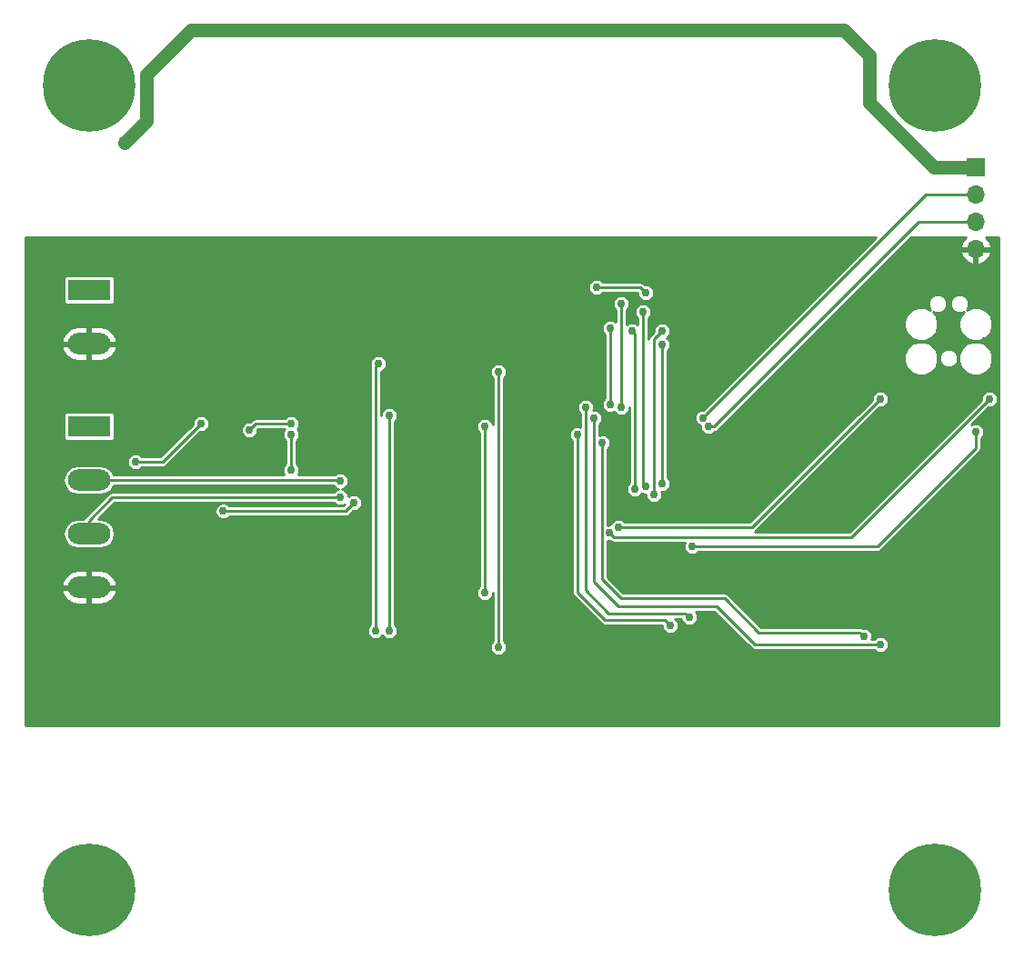
<source format=gbl>
G04 #@! TF.FileFunction,Copper,L2,Bot,Signal*
%FSLAX46Y46*%
G04 Gerber Fmt 4.6, Leading zero omitted, Abs format (unit mm)*
G04 Created by KiCad (PCBNEW 4.0.6) date 11/20/17 19:22:43*
%MOMM*%
%LPD*%
G01*
G04 APERTURE LIST*
%ADD10C,0.100000*%
%ADD11R,3.960000X1.980000*%
%ADD12O,3.960000X1.980000*%
%ADD13R,1.700000X1.700000*%
%ADD14O,1.700000X1.700000*%
%ADD15C,8.600000*%
%ADD16C,0.900000*%
%ADD17C,1.270000*%
%ADD18C,0.762000*%
%ADD19C,1.270000*%
%ADD20C,0.254000*%
G04 APERTURE END LIST*
D10*
D11*
X91440000Y-81280000D03*
D12*
X91440000Y-86280000D03*
D11*
X91440000Y-93980000D03*
D12*
X91440000Y-98980000D03*
X91440000Y-108980000D03*
X91440000Y-103980000D03*
D13*
X173990000Y-69850000D03*
D14*
X173990000Y-72390000D03*
X173990000Y-74930000D03*
X173990000Y-77470000D03*
D15*
X91440000Y-62230000D03*
D16*
X94665000Y-62230000D03*
X93720419Y-64510419D03*
X91440000Y-65455000D03*
X89159581Y-64510419D03*
X88215000Y-62230000D03*
X89159581Y-59949581D03*
X91440000Y-59005000D03*
X93720419Y-59949581D03*
D15*
X91440000Y-137160000D03*
D16*
X94665000Y-137160000D03*
X93720419Y-139440419D03*
X91440000Y-140385000D03*
X89159581Y-139440419D03*
X88215000Y-137160000D03*
X89159581Y-134879581D03*
X91440000Y-133935000D03*
X93720419Y-134879581D03*
D15*
X170180000Y-62230000D03*
D16*
X173405000Y-62230000D03*
X172460419Y-64510419D03*
X170180000Y-65455000D03*
X167899581Y-64510419D03*
X166955000Y-62230000D03*
X167899581Y-59949581D03*
X170180000Y-59005000D03*
X172460419Y-59949581D03*
D15*
X170180000Y-137160000D03*
D16*
X173405000Y-137160000D03*
X172460419Y-139440419D03*
X170180000Y-140385000D03*
X167899581Y-139440419D03*
X166955000Y-137160000D03*
X167899581Y-134879581D03*
X170180000Y-133935000D03*
X172460419Y-134879581D03*
D17*
X94742000Y-67564000D03*
X101600000Y-112522000D03*
X112776000Y-113030000D03*
X157480000Y-116840000D03*
X139700000Y-116840000D03*
X121920000Y-117094000D03*
X104140000Y-117094000D03*
X156210000Y-77216000D03*
X138176000Y-77216000D03*
X120396000Y-77216000D03*
X102870000Y-77216000D03*
X126238000Y-96012000D03*
X152654000Y-94742000D03*
X99314000Y-97790000D03*
X99822000Y-92964000D03*
X93726000Y-121412000D03*
X86868000Y-77978000D03*
D18*
X174885082Y-86042499D03*
X138684000Y-81026000D03*
X143256000Y-81534000D03*
X114808000Y-99060000D03*
X114808000Y-100584000D03*
X173990000Y-94488000D03*
X147574000Y-105156000D03*
X165100000Y-91440000D03*
X140716000Y-103378000D03*
X139912896Y-103913403D03*
X175260000Y-91440000D03*
X148572242Y-93170549D03*
X149098000Y-93980000D03*
X143256000Y-99568000D03*
X143002000Y-83312000D03*
X144780000Y-99314000D03*
X144780000Y-86360000D03*
X138430000Y-93218000D03*
X165100000Y-114300000D03*
X128270000Y-93980000D03*
X128270000Y-109474000D03*
X139192000Y-95504000D03*
X163576000Y-113538000D03*
X141991098Y-85084902D03*
X142240000Y-99822000D03*
X144018000Y-100330000D03*
X144780000Y-85090000D03*
X119380000Y-92964000D03*
X119380000Y-113030000D03*
X136906000Y-94742000D03*
X145542000Y-112522000D03*
X137668000Y-92202000D03*
X147320000Y-111760000D03*
X118364000Y-88138000D03*
X118110000Y-113030000D03*
X139954000Y-91948000D03*
X139954000Y-84836000D03*
X129540000Y-88900000D03*
X129540000Y-114554000D03*
X110236000Y-94742000D03*
X110236000Y-98044000D03*
X95758000Y-97282000D03*
X101854000Y-93726000D03*
X103929176Y-101875781D03*
X116078000Y-101092000D03*
X106371092Y-94306975D03*
X110236000Y-93726000D03*
X140970000Y-92202000D03*
X140970000Y-82550000D03*
D19*
X96774000Y-61214000D02*
X96774000Y-65532000D01*
X96774000Y-65532000D02*
X94742000Y-67564000D01*
X100947001Y-57040999D02*
X96774000Y-61214000D01*
X162306000Y-57658000D02*
X161688999Y-57040999D01*
X161688999Y-57040999D02*
X100947001Y-57040999D01*
X164084000Y-59436000D02*
X162306000Y-57658000D01*
X164084000Y-63813722D02*
X164084000Y-59436000D01*
X173990000Y-69850000D02*
X170120278Y-69850000D01*
X170120278Y-69850000D02*
X164084000Y-63813722D01*
D20*
X143256000Y-81534000D02*
X142748000Y-81026000D01*
X142748000Y-81026000D02*
X138684000Y-81026000D01*
X91440000Y-98980000D02*
X114728000Y-98980000D01*
X114728000Y-98980000D02*
X114808000Y-99060000D01*
X91440000Y-103980000D02*
X91440000Y-102736000D01*
X91440000Y-102736000D02*
X93592000Y-100584000D01*
X93592000Y-100584000D02*
X114808000Y-100584000D01*
X164846000Y-105156000D02*
X173990000Y-96012000D01*
X173990000Y-96012000D02*
X173990000Y-94488000D01*
X147574000Y-105156000D02*
X164846000Y-105156000D01*
X140716000Y-103378000D02*
X153162000Y-103378000D01*
X153162000Y-103378000D02*
X165100000Y-91440000D01*
X140293895Y-104294402D02*
X139912896Y-103913403D01*
X162405598Y-104294402D02*
X140293895Y-104294402D01*
X175260000Y-91440000D02*
X162405598Y-104294402D01*
X148953241Y-92789550D02*
X148572242Y-93170549D01*
X169352791Y-72390000D02*
X148953241Y-92789550D01*
X173990000Y-72390000D02*
X169352791Y-72390000D01*
X149098000Y-93980000D02*
X149636815Y-93980000D01*
X149636815Y-93980000D02*
X168686815Y-74930000D01*
X168686815Y-74930000D02*
X172787919Y-74930000D01*
X172787919Y-74930000D02*
X173990000Y-74930000D01*
X143002000Y-83312000D02*
X143002000Y-99314000D01*
X143002000Y-99314000D02*
X143256000Y-99568000D01*
X144780000Y-86898815D02*
X144780000Y-99314000D01*
X144780000Y-86360000D02*
X144780000Y-86898815D01*
X140716000Y-110744000D02*
X138430000Y-108458000D01*
X138430000Y-108458000D02*
X138430000Y-93218000D01*
X149860000Y-110744000D02*
X140716000Y-110744000D01*
X153416000Y-114300000D02*
X149860000Y-110744000D01*
X165100000Y-114300000D02*
X153416000Y-114300000D01*
X128270000Y-109474000D02*
X128270000Y-93980000D01*
X140970000Y-109982000D02*
X139192000Y-108204000D01*
X139192000Y-108204000D02*
X139192000Y-95504000D01*
X150622000Y-109982000D02*
X140970000Y-109982000D01*
X153797001Y-113157001D02*
X150622000Y-109982000D01*
X163576000Y-113538000D02*
X163195001Y-113157001D01*
X163195001Y-113157001D02*
X153797001Y-113157001D01*
X142240000Y-85333804D02*
X141991098Y-85084902D01*
X142240000Y-99822000D02*
X142240000Y-85333804D01*
X144780000Y-85090000D02*
X144018000Y-85852000D01*
X144018000Y-85852000D02*
X144018000Y-100330000D01*
X119380000Y-113030000D02*
X119380000Y-92964000D01*
X139446000Y-112014000D02*
X136906000Y-109474000D01*
X136906000Y-109474000D02*
X136906000Y-94742000D01*
X145034000Y-112014000D02*
X139446000Y-112014000D01*
X145542000Y-112522000D02*
X145034000Y-112014000D01*
X139827001Y-111379001D02*
X137668000Y-109220000D01*
X137668000Y-109220000D02*
X137668000Y-92202000D01*
X147320000Y-111760000D02*
X146939001Y-111379001D01*
X146939001Y-111379001D02*
X139827001Y-111379001D01*
X118110000Y-113030000D02*
X118110000Y-88392000D01*
X118110000Y-88392000D02*
X118364000Y-88138000D01*
X139954000Y-84836000D02*
X139954000Y-91948000D01*
X129540000Y-114554000D02*
X129540000Y-88900000D01*
X110236000Y-98044000D02*
X110236000Y-94742000D01*
X101854000Y-93726000D02*
X98298000Y-97282000D01*
X98298000Y-97282000D02*
X95758000Y-97282000D01*
X115294219Y-101875781D02*
X104467991Y-101875781D01*
X116078000Y-101092000D02*
X115294219Y-101875781D01*
X104467991Y-101875781D02*
X103929176Y-101875781D01*
X106752091Y-93925976D02*
X106371092Y-94306975D01*
X106952067Y-93726000D02*
X106752091Y-93925976D01*
X110236000Y-93726000D02*
X106952067Y-93726000D01*
X140970000Y-82550000D02*
X140970000Y-92202000D01*
G36*
X148615784Y-92408587D02*
X148421336Y-92408417D01*
X148141168Y-92524181D01*
X147926627Y-92738347D01*
X147810375Y-93018313D01*
X147810110Y-93321455D01*
X147925874Y-93601623D01*
X148140040Y-93816164D01*
X148336072Y-93897564D01*
X148335868Y-94130906D01*
X148451632Y-94411074D01*
X148665798Y-94625615D01*
X148945764Y-94741867D01*
X149248906Y-94742132D01*
X149529074Y-94626368D01*
X149675366Y-94480332D01*
X149831218Y-94449331D01*
X149996025Y-94339210D01*
X156394620Y-87940615D01*
X167341278Y-87940615D01*
X167579557Y-88517295D01*
X168020384Y-88958892D01*
X168596647Y-89198177D01*
X169220615Y-89198722D01*
X169797295Y-88960443D01*
X170238892Y-88519616D01*
X170478177Y-87943353D01*
X170478299Y-87803542D01*
X170573548Y-87803542D01*
X170706676Y-88125736D01*
X170952968Y-88372458D01*
X171274928Y-88506148D01*
X171623542Y-88506452D01*
X171945736Y-88373324D01*
X172192458Y-88127032D01*
X172269865Y-87940615D01*
X172421278Y-87940615D01*
X172659557Y-88517295D01*
X173100384Y-88958892D01*
X173676647Y-89198177D01*
X174300615Y-89198722D01*
X174877295Y-88960443D01*
X175318892Y-88519616D01*
X175558177Y-87943353D01*
X175558722Y-87319385D01*
X175320443Y-86742705D01*
X174879616Y-86301108D01*
X174303353Y-86061823D01*
X173679385Y-86061278D01*
X173102705Y-86299557D01*
X172661108Y-86740384D01*
X172421823Y-87316647D01*
X172421278Y-87940615D01*
X172269865Y-87940615D01*
X172326148Y-87805072D01*
X172326452Y-87456458D01*
X172193324Y-87134264D01*
X171947032Y-86887542D01*
X171625072Y-86753852D01*
X171276458Y-86753548D01*
X170954264Y-86886676D01*
X170707542Y-87132968D01*
X170573852Y-87454928D01*
X170573548Y-87803542D01*
X170478299Y-87803542D01*
X170478722Y-87319385D01*
X170240443Y-86742705D01*
X169799616Y-86301108D01*
X169223353Y-86061823D01*
X168599385Y-86061278D01*
X168022705Y-86299557D01*
X167581108Y-86740384D01*
X167341823Y-87316647D01*
X167341278Y-87940615D01*
X156394620Y-87940615D01*
X159569620Y-84765615D01*
X167341278Y-84765615D01*
X167579557Y-85342295D01*
X168020384Y-85783892D01*
X168596647Y-86023177D01*
X169220615Y-86023722D01*
X169797295Y-85785443D01*
X170238892Y-85344616D01*
X170478177Y-84768353D01*
X170478722Y-84144385D01*
X170240443Y-83567705D01*
X169986001Y-83312818D01*
X170258928Y-83426148D01*
X170607542Y-83426452D01*
X170929736Y-83293324D01*
X171176458Y-83047032D01*
X171310148Y-82725072D01*
X171310149Y-82723542D01*
X171589548Y-82723542D01*
X171722676Y-83045736D01*
X171968968Y-83292458D01*
X172290928Y-83426148D01*
X172639542Y-83426452D01*
X172913803Y-83313129D01*
X172661108Y-83565384D01*
X172421823Y-84141647D01*
X172421278Y-84765615D01*
X172659557Y-85342295D01*
X173100384Y-85783892D01*
X173676647Y-86023177D01*
X174300615Y-86023722D01*
X174877295Y-85785443D01*
X175318892Y-85344616D01*
X175558177Y-84768353D01*
X175558722Y-84144385D01*
X175320443Y-83567705D01*
X174879616Y-83126108D01*
X174303353Y-82886823D01*
X173679385Y-82886278D01*
X173150638Y-83104752D01*
X173208458Y-83047032D01*
X173342148Y-82725072D01*
X173342452Y-82376458D01*
X173209324Y-82054264D01*
X172963032Y-81807542D01*
X172641072Y-81673852D01*
X172292458Y-81673548D01*
X171970264Y-81806676D01*
X171723542Y-82052968D01*
X171589852Y-82374928D01*
X171589548Y-82723542D01*
X171310149Y-82723542D01*
X171310452Y-82376458D01*
X171177324Y-82054264D01*
X170931032Y-81807542D01*
X170609072Y-81673852D01*
X170260458Y-81673548D01*
X169938264Y-81806676D01*
X169691542Y-82052968D01*
X169557852Y-82374928D01*
X169557548Y-82723542D01*
X169690676Y-83045736D01*
X169750583Y-83105748D01*
X169223353Y-82886823D01*
X168599385Y-82886278D01*
X168022705Y-83124557D01*
X167581108Y-83565384D01*
X167341823Y-84141647D01*
X167341278Y-84765615D01*
X159569620Y-84765615D01*
X166508345Y-77826890D01*
X172548524Y-77826890D01*
X172718355Y-78236924D01*
X173108642Y-78665183D01*
X173633108Y-78911486D01*
X173863000Y-78790819D01*
X173863000Y-77597000D01*
X174117000Y-77597000D01*
X174117000Y-78790819D01*
X174346892Y-78911486D01*
X174871358Y-78665183D01*
X175261645Y-78236924D01*
X175431476Y-77826890D01*
X175310155Y-77597000D01*
X174117000Y-77597000D01*
X173863000Y-77597000D01*
X172669845Y-77597000D01*
X172548524Y-77826890D01*
X166508345Y-77826890D01*
X168008236Y-76327000D01*
X173061086Y-76327000D01*
X172718355Y-76703076D01*
X172548524Y-77113110D01*
X172669845Y-77343000D01*
X173863000Y-77343000D01*
X173863000Y-77323000D01*
X174117000Y-77323000D01*
X174117000Y-77343000D01*
X175310155Y-77343000D01*
X175431476Y-77113110D01*
X175261645Y-76703076D01*
X174918914Y-76327000D01*
X176074000Y-76327000D01*
X176074000Y-121793000D01*
X85546000Y-121793000D01*
X85546000Y-113180906D01*
X117347868Y-113180906D01*
X117463632Y-113461074D01*
X117677798Y-113675615D01*
X117957764Y-113791867D01*
X118260906Y-113792132D01*
X118541074Y-113676368D01*
X118745168Y-113472630D01*
X118947798Y-113675615D01*
X119227764Y-113791867D01*
X119530906Y-113792132D01*
X119811074Y-113676368D01*
X120025615Y-113462202D01*
X120141867Y-113182236D01*
X120142132Y-112879094D01*
X120026368Y-112598926D01*
X119888000Y-112460316D01*
X119888000Y-94130906D01*
X127507868Y-94130906D01*
X127623632Y-94411074D01*
X127762000Y-94549684D01*
X127762000Y-108904424D01*
X127624385Y-109041798D01*
X127508133Y-109321764D01*
X127507868Y-109624906D01*
X127623632Y-109905074D01*
X127837798Y-110119615D01*
X128117764Y-110235867D01*
X128420906Y-110236132D01*
X128701074Y-110120368D01*
X128915615Y-109906202D01*
X129031867Y-109626236D01*
X129032000Y-109474000D01*
X129032000Y-113984424D01*
X128894385Y-114121798D01*
X128778133Y-114401764D01*
X128777868Y-114704906D01*
X128893632Y-114985074D01*
X129107798Y-115199615D01*
X129387764Y-115315867D01*
X129690906Y-115316132D01*
X129971074Y-115200368D01*
X130185615Y-114986202D01*
X130301867Y-114706236D01*
X130302132Y-114403094D01*
X130186368Y-114122926D01*
X130048000Y-113984316D01*
X130048000Y-94892906D01*
X136143868Y-94892906D01*
X136259632Y-95173074D01*
X136398000Y-95311684D01*
X136398000Y-109474000D01*
X136436669Y-109668403D01*
X136546790Y-109833210D01*
X139086789Y-112373210D01*
X139103514Y-112384385D01*
X139251597Y-112483331D01*
X139446000Y-112522000D01*
X144780000Y-112522000D01*
X144779868Y-112672906D01*
X144895632Y-112953074D01*
X145109798Y-113167615D01*
X145389764Y-113283867D01*
X145692906Y-113284132D01*
X145973074Y-113168368D01*
X146187615Y-112954202D01*
X146303867Y-112674236D01*
X146304132Y-112371094D01*
X146188368Y-112090926D01*
X145984799Y-111887001D01*
X146557889Y-111887001D01*
X146557868Y-111910906D01*
X146673632Y-112191074D01*
X146887798Y-112405615D01*
X147167764Y-112521867D01*
X147470906Y-112522132D01*
X147751074Y-112406368D01*
X147965615Y-112192202D01*
X148081867Y-111912236D01*
X148082132Y-111609094D01*
X147966368Y-111328926D01*
X147889576Y-111252000D01*
X149649580Y-111252000D01*
X153056789Y-114659210D01*
X153221596Y-114769331D01*
X153253850Y-114775746D01*
X153416000Y-114808000D01*
X164530424Y-114808000D01*
X164667798Y-114945615D01*
X164947764Y-115061867D01*
X165250906Y-115062132D01*
X165531074Y-114946368D01*
X165745615Y-114732202D01*
X165861867Y-114452236D01*
X165862132Y-114149094D01*
X165746368Y-113868926D01*
X165532202Y-113654385D01*
X165252236Y-113538133D01*
X164949094Y-113537868D01*
X164668926Y-113653632D01*
X164530316Y-113792000D01*
X164295611Y-113792000D01*
X164337867Y-113690236D01*
X164338132Y-113387094D01*
X164222368Y-113106926D01*
X164008202Y-112892385D01*
X163728236Y-112776133D01*
X163521527Y-112775952D01*
X163389404Y-112687670D01*
X163195001Y-112649001D01*
X154007422Y-112649001D01*
X150981210Y-109622790D01*
X150816403Y-109512669D01*
X150622000Y-109474000D01*
X141180420Y-109474000D01*
X139700000Y-107993580D01*
X139700000Y-104650082D01*
X139760660Y-104675270D01*
X139967369Y-104675451D01*
X140099492Y-104763733D01*
X140293895Y-104802402D01*
X146895746Y-104802402D01*
X146812133Y-105003764D01*
X146811868Y-105306906D01*
X146927632Y-105587074D01*
X147141798Y-105801615D01*
X147421764Y-105917867D01*
X147724906Y-105918132D01*
X148005074Y-105802368D01*
X148143684Y-105664000D01*
X164846000Y-105664000D01*
X165040403Y-105625331D01*
X165205210Y-105515210D01*
X174349210Y-96371210D01*
X174459331Y-96206403D01*
X174498000Y-96012000D01*
X174498000Y-95057576D01*
X174635615Y-94920202D01*
X174751867Y-94640236D01*
X174752132Y-94337094D01*
X174636368Y-94056926D01*
X174422202Y-93842385D01*
X174142236Y-93726133D01*
X173839094Y-93725868D01*
X173589365Y-93829055D01*
X175216458Y-92201962D01*
X175410906Y-92202132D01*
X175691074Y-92086368D01*
X175905615Y-91872202D01*
X176021867Y-91592236D01*
X176022132Y-91289094D01*
X175906368Y-91008926D01*
X175692202Y-90794385D01*
X175412236Y-90678133D01*
X175109094Y-90677868D01*
X174828926Y-90793632D01*
X174614385Y-91007798D01*
X174498133Y-91287764D01*
X174497962Y-91483618D01*
X162195178Y-103786402D01*
X153447589Y-103786402D01*
X153521210Y-103737210D01*
X165056459Y-92201962D01*
X165250906Y-92202132D01*
X165531074Y-92086368D01*
X165745615Y-91872202D01*
X165861867Y-91592236D01*
X165862132Y-91289094D01*
X165746368Y-91008926D01*
X165532202Y-90794385D01*
X165252236Y-90678133D01*
X164949094Y-90677868D01*
X164668926Y-90793632D01*
X164454385Y-91007798D01*
X164338133Y-91287764D01*
X164337962Y-91483617D01*
X152951580Y-102870000D01*
X141285576Y-102870000D01*
X141148202Y-102732385D01*
X140868236Y-102616133D01*
X140565094Y-102615868D01*
X140284926Y-102731632D01*
X140070385Y-102945798D01*
X139984984Y-103151466D01*
X139761990Y-103151271D01*
X139700000Y-103176885D01*
X139700000Y-96073576D01*
X139837615Y-95936202D01*
X139953867Y-95656236D01*
X139954132Y-95353094D01*
X139838368Y-95072926D01*
X139624202Y-94858385D01*
X139344236Y-94742133D01*
X139041094Y-94741868D01*
X138938000Y-94784466D01*
X138938000Y-93787576D01*
X139075615Y-93650202D01*
X139191867Y-93370236D01*
X139192132Y-93067094D01*
X139076368Y-92786926D01*
X138862202Y-92572385D01*
X138582236Y-92456133D01*
X138387626Y-92455963D01*
X138429867Y-92354236D01*
X138430132Y-92051094D01*
X138314368Y-91770926D01*
X138100202Y-91556385D01*
X137820236Y-91440133D01*
X137517094Y-91439868D01*
X137236926Y-91555632D01*
X137022385Y-91769798D01*
X136906133Y-92049764D01*
X136905868Y-92352906D01*
X137021632Y-92633074D01*
X137160000Y-92771684D01*
X137160000Y-94022389D01*
X137058236Y-93980133D01*
X136755094Y-93979868D01*
X136474926Y-94095632D01*
X136260385Y-94309798D01*
X136144133Y-94589764D01*
X136143868Y-94892906D01*
X130048000Y-94892906D01*
X130048000Y-89469576D01*
X130185615Y-89332202D01*
X130301867Y-89052236D01*
X130302132Y-88749094D01*
X130186368Y-88468926D01*
X129972202Y-88254385D01*
X129692236Y-88138133D01*
X129389094Y-88137868D01*
X129108926Y-88253632D01*
X128894385Y-88467798D01*
X128778133Y-88747764D01*
X128777868Y-89050906D01*
X128893632Y-89331074D01*
X129032000Y-89469684D01*
X129032000Y-93828775D01*
X128916368Y-93548926D01*
X128702202Y-93334385D01*
X128422236Y-93218133D01*
X128119094Y-93217868D01*
X127838926Y-93333632D01*
X127624385Y-93547798D01*
X127508133Y-93827764D01*
X127507868Y-94130906D01*
X119888000Y-94130906D01*
X119888000Y-93533576D01*
X120025615Y-93396202D01*
X120141867Y-93116236D01*
X120142132Y-92813094D01*
X120026368Y-92532926D01*
X119812202Y-92318385D01*
X119532236Y-92202133D01*
X119229094Y-92201868D01*
X118948926Y-92317632D01*
X118734385Y-92531798D01*
X118618133Y-92811764D01*
X118618000Y-92963867D01*
X118618000Y-88857534D01*
X118795074Y-88784368D01*
X119009615Y-88570202D01*
X119125867Y-88290236D01*
X119126132Y-87987094D01*
X119010368Y-87706926D01*
X118796202Y-87492385D01*
X118516236Y-87376133D01*
X118213094Y-87375868D01*
X117932926Y-87491632D01*
X117718385Y-87705798D01*
X117602133Y-87985764D01*
X117601868Y-88288906D01*
X117615800Y-88322623D01*
X117602000Y-88392000D01*
X117602000Y-112460424D01*
X117464385Y-112597798D01*
X117348133Y-112877764D01*
X117347868Y-113180906D01*
X85546000Y-113180906D01*
X85546000Y-109358865D01*
X88869782Y-109358865D01*
X88900095Y-109484528D01*
X89211149Y-110039246D01*
X89710807Y-110432703D01*
X90323000Y-110605000D01*
X91313000Y-110605000D01*
X91313000Y-109107000D01*
X91567000Y-109107000D01*
X91567000Y-110605000D01*
X92557000Y-110605000D01*
X93169193Y-110432703D01*
X93668851Y-110039246D01*
X93979905Y-109484528D01*
X94010218Y-109358865D01*
X93890740Y-109107000D01*
X91567000Y-109107000D01*
X91313000Y-109107000D01*
X88989260Y-109107000D01*
X88869782Y-109358865D01*
X85546000Y-109358865D01*
X85546000Y-108601135D01*
X88869782Y-108601135D01*
X88989260Y-108853000D01*
X91313000Y-108853000D01*
X91313000Y-107355000D01*
X91567000Y-107355000D01*
X91567000Y-108853000D01*
X93890740Y-108853000D01*
X94010218Y-108601135D01*
X93979905Y-108475472D01*
X93668851Y-107920754D01*
X93169193Y-107527297D01*
X92557000Y-107355000D01*
X91567000Y-107355000D01*
X91313000Y-107355000D01*
X90323000Y-107355000D01*
X89710807Y-107527297D01*
X89211149Y-107920754D01*
X88900095Y-108475472D01*
X88869782Y-108601135D01*
X85546000Y-108601135D01*
X85546000Y-98980000D01*
X89032745Y-98980000D01*
X89137106Y-99504659D01*
X89434302Y-99949443D01*
X89879086Y-100246639D01*
X90403745Y-100351000D01*
X92476255Y-100351000D01*
X93000914Y-100246639D01*
X93445698Y-99949443D01*
X93742894Y-99504659D01*
X93746208Y-99488000D01*
X114160362Y-99488000D01*
X114161632Y-99491074D01*
X114375798Y-99705615D01*
X114655764Y-99821867D01*
X114657094Y-99821868D01*
X114376926Y-99937632D01*
X114238316Y-100076000D01*
X93592000Y-100076000D01*
X93397597Y-100114669D01*
X93232790Y-100224789D01*
X91080790Y-102376790D01*
X90970669Y-102541597D01*
X90957262Y-102609000D01*
X90403745Y-102609000D01*
X89879086Y-102713361D01*
X89434302Y-103010557D01*
X89137106Y-103455341D01*
X89032745Y-103980000D01*
X89137106Y-104504659D01*
X89434302Y-104949443D01*
X89879086Y-105246639D01*
X90403745Y-105351000D01*
X92476255Y-105351000D01*
X93000914Y-105246639D01*
X93445698Y-104949443D01*
X93742894Y-104504659D01*
X93847255Y-103980000D01*
X93742894Y-103455341D01*
X93445698Y-103010557D01*
X93000914Y-102713361D01*
X92476255Y-102609000D01*
X92285420Y-102609000D01*
X93802421Y-101092000D01*
X114238424Y-101092000D01*
X114375798Y-101229615D01*
X114655764Y-101345867D01*
X114958906Y-101346132D01*
X115208635Y-101242945D01*
X115083799Y-101367781D01*
X104498752Y-101367781D01*
X104361378Y-101230166D01*
X104081412Y-101113914D01*
X103778270Y-101113649D01*
X103498102Y-101229413D01*
X103283561Y-101443579D01*
X103167309Y-101723545D01*
X103167044Y-102026687D01*
X103282808Y-102306855D01*
X103496974Y-102521396D01*
X103776940Y-102637648D01*
X104080082Y-102637913D01*
X104360250Y-102522149D01*
X104498860Y-102383781D01*
X115294219Y-102383781D01*
X115488622Y-102345112D01*
X115653429Y-102234991D01*
X116034458Y-101853962D01*
X116228906Y-101854132D01*
X116509074Y-101738368D01*
X116723615Y-101524202D01*
X116839867Y-101244236D01*
X116840132Y-100941094D01*
X116724368Y-100660926D01*
X116510202Y-100446385D01*
X116230236Y-100330133D01*
X115927094Y-100329868D01*
X115646926Y-100445632D01*
X115570054Y-100522370D01*
X115570132Y-100433094D01*
X115454368Y-100152926D01*
X115240202Y-99938385D01*
X114960236Y-99822133D01*
X114958906Y-99822132D01*
X115239074Y-99706368D01*
X115453615Y-99492202D01*
X115569867Y-99212236D01*
X115570132Y-98909094D01*
X115454368Y-98628926D01*
X115240202Y-98414385D01*
X114960236Y-98298133D01*
X114657094Y-98297868D01*
X114376926Y-98413632D01*
X114318456Y-98472000D01*
X110883360Y-98472000D01*
X110997867Y-98196236D01*
X110998132Y-97893094D01*
X110882368Y-97612926D01*
X110744000Y-97474316D01*
X110744000Y-95311576D01*
X110881615Y-95174202D01*
X110997867Y-94894236D01*
X110998132Y-94591094D01*
X110882368Y-94310926D01*
X110805630Y-94234054D01*
X110881615Y-94158202D01*
X110997867Y-93878236D01*
X110998132Y-93575094D01*
X110882368Y-93294926D01*
X110668202Y-93080385D01*
X110388236Y-92964133D01*
X110085094Y-92963868D01*
X109804926Y-93079632D01*
X109666316Y-93218000D01*
X106952067Y-93218000D01*
X106757664Y-93256669D01*
X106592857Y-93366790D01*
X106414634Y-93545013D01*
X106220186Y-93544843D01*
X105940018Y-93660607D01*
X105725477Y-93874773D01*
X105609225Y-94154739D01*
X105608960Y-94457881D01*
X105724724Y-94738049D01*
X105938890Y-94952590D01*
X106218856Y-95068842D01*
X106521998Y-95069107D01*
X106802166Y-94953343D01*
X107016707Y-94739177D01*
X107132959Y-94459211D01*
X107133130Y-94263357D01*
X107162487Y-94234000D01*
X109666316Y-94234000D01*
X109590385Y-94309798D01*
X109474133Y-94589764D01*
X109473868Y-94892906D01*
X109589632Y-95173074D01*
X109728000Y-95311684D01*
X109728000Y-97474424D01*
X109590385Y-97611798D01*
X109474133Y-97891764D01*
X109473868Y-98194906D01*
X109588362Y-98472000D01*
X93746208Y-98472000D01*
X93742894Y-98455341D01*
X93445698Y-98010557D01*
X93000914Y-97713361D01*
X92476255Y-97609000D01*
X90403745Y-97609000D01*
X89879086Y-97713361D01*
X89434302Y-98010557D01*
X89137106Y-98455341D01*
X89032745Y-98980000D01*
X85546000Y-98980000D01*
X85546000Y-97432906D01*
X94995868Y-97432906D01*
X95111632Y-97713074D01*
X95325798Y-97927615D01*
X95605764Y-98043867D01*
X95908906Y-98044132D01*
X96189074Y-97928368D01*
X96327684Y-97790000D01*
X98298000Y-97790000D01*
X98492403Y-97751331D01*
X98657210Y-97641210D01*
X101810459Y-94487962D01*
X102004906Y-94488132D01*
X102285074Y-94372368D01*
X102499615Y-94158202D01*
X102615867Y-93878236D01*
X102616132Y-93575094D01*
X102500368Y-93294926D01*
X102286202Y-93080385D01*
X102006236Y-92964133D01*
X101703094Y-92963868D01*
X101422926Y-93079632D01*
X101208385Y-93293798D01*
X101092133Y-93573764D01*
X101091962Y-93769617D01*
X98087580Y-96774000D01*
X96327576Y-96774000D01*
X96190202Y-96636385D01*
X95910236Y-96520133D01*
X95607094Y-96519868D01*
X95326926Y-96635632D01*
X95112385Y-96849798D01*
X94996133Y-97129764D01*
X94995868Y-97432906D01*
X85546000Y-97432906D01*
X85546000Y-92990000D01*
X89071536Y-92990000D01*
X89071536Y-94970000D01*
X89098103Y-95111190D01*
X89181546Y-95240865D01*
X89308866Y-95327859D01*
X89460000Y-95358464D01*
X93420000Y-95358464D01*
X93561190Y-95331897D01*
X93690865Y-95248454D01*
X93777859Y-95121134D01*
X93808464Y-94970000D01*
X93808464Y-92990000D01*
X93781897Y-92848810D01*
X93698454Y-92719135D01*
X93571134Y-92632141D01*
X93420000Y-92601536D01*
X89460000Y-92601536D01*
X89318810Y-92628103D01*
X89189135Y-92711546D01*
X89102141Y-92838866D01*
X89071536Y-92990000D01*
X85546000Y-92990000D01*
X85546000Y-86658865D01*
X88869782Y-86658865D01*
X88900095Y-86784528D01*
X89211149Y-87339246D01*
X89710807Y-87732703D01*
X90323000Y-87905000D01*
X91313000Y-87905000D01*
X91313000Y-86407000D01*
X91567000Y-86407000D01*
X91567000Y-87905000D01*
X92557000Y-87905000D01*
X93169193Y-87732703D01*
X93668851Y-87339246D01*
X93979905Y-86784528D01*
X94010218Y-86658865D01*
X93890740Y-86407000D01*
X91567000Y-86407000D01*
X91313000Y-86407000D01*
X88989260Y-86407000D01*
X88869782Y-86658865D01*
X85546000Y-86658865D01*
X85546000Y-85901135D01*
X88869782Y-85901135D01*
X88989260Y-86153000D01*
X91313000Y-86153000D01*
X91313000Y-84655000D01*
X91567000Y-84655000D01*
X91567000Y-86153000D01*
X93890740Y-86153000D01*
X94010218Y-85901135D01*
X93979905Y-85775472D01*
X93668851Y-85220754D01*
X93371884Y-84986906D01*
X139191868Y-84986906D01*
X139307632Y-85267074D01*
X139446000Y-85405684D01*
X139446000Y-91378424D01*
X139308385Y-91515798D01*
X139192133Y-91795764D01*
X139191868Y-92098906D01*
X139307632Y-92379074D01*
X139521798Y-92593615D01*
X139801764Y-92709867D01*
X140104906Y-92710132D01*
X140318931Y-92621698D01*
X140323632Y-92633074D01*
X140537798Y-92847615D01*
X140817764Y-92963867D01*
X141120906Y-92964132D01*
X141401074Y-92848368D01*
X141615615Y-92634202D01*
X141731867Y-92354236D01*
X141732000Y-92202133D01*
X141732000Y-99252424D01*
X141594385Y-99389798D01*
X141478133Y-99669764D01*
X141477868Y-99972906D01*
X141593632Y-100253074D01*
X141807798Y-100467615D01*
X142087764Y-100583867D01*
X142390906Y-100584132D01*
X142671074Y-100468368D01*
X142885615Y-100254202D01*
X142890899Y-100241478D01*
X143103764Y-100329867D01*
X143256000Y-100330000D01*
X143255868Y-100480906D01*
X143371632Y-100761074D01*
X143585798Y-100975615D01*
X143865764Y-101091867D01*
X144168906Y-101092132D01*
X144449074Y-100976368D01*
X144663615Y-100762202D01*
X144779867Y-100482236D01*
X144780132Y-100179094D01*
X144737519Y-100075963D01*
X144930906Y-100076132D01*
X145211074Y-99960368D01*
X145425615Y-99746202D01*
X145541867Y-99466236D01*
X145542132Y-99163094D01*
X145426368Y-98882926D01*
X145288000Y-98744316D01*
X145288000Y-86929576D01*
X145425615Y-86792202D01*
X145541867Y-86512236D01*
X145542132Y-86209094D01*
X145426368Y-85928926D01*
X145222630Y-85724832D01*
X145425615Y-85522202D01*
X145541867Y-85242236D01*
X145542132Y-84939094D01*
X145426368Y-84658926D01*
X145212202Y-84444385D01*
X144932236Y-84328133D01*
X144629094Y-84327868D01*
X144348926Y-84443632D01*
X144134385Y-84657798D01*
X144018133Y-84937764D01*
X144017962Y-85133618D01*
X143658790Y-85492790D01*
X143548669Y-85657597D01*
X143510000Y-85852000D01*
X143510000Y-83881576D01*
X143647615Y-83744202D01*
X143763867Y-83464236D01*
X143764132Y-83161094D01*
X143648368Y-82880926D01*
X143434202Y-82666385D01*
X143154236Y-82550133D01*
X142851094Y-82549868D01*
X142570926Y-82665632D01*
X142356385Y-82879798D01*
X142240133Y-83159764D01*
X142239868Y-83462906D01*
X142355632Y-83743074D01*
X142494000Y-83881684D01*
X142494000Y-84510111D01*
X142423300Y-84439287D01*
X142143334Y-84323035D01*
X141840192Y-84322770D01*
X141560024Y-84438534D01*
X141478000Y-84520415D01*
X141478000Y-83119576D01*
X141615615Y-82982202D01*
X141731867Y-82702236D01*
X141732132Y-82399094D01*
X141616368Y-82118926D01*
X141402202Y-81904385D01*
X141122236Y-81788133D01*
X140819094Y-81787868D01*
X140538926Y-81903632D01*
X140324385Y-82117798D01*
X140208133Y-82397764D01*
X140207868Y-82700906D01*
X140323632Y-82981074D01*
X140462000Y-83119684D01*
X140462000Y-84266316D01*
X140386202Y-84190385D01*
X140106236Y-84074133D01*
X139803094Y-84073868D01*
X139522926Y-84189632D01*
X139308385Y-84403798D01*
X139192133Y-84683764D01*
X139191868Y-84986906D01*
X93371884Y-84986906D01*
X93169193Y-84827297D01*
X92557000Y-84655000D01*
X91567000Y-84655000D01*
X91313000Y-84655000D01*
X90323000Y-84655000D01*
X89710807Y-84827297D01*
X89211149Y-85220754D01*
X88900095Y-85775472D01*
X88869782Y-85901135D01*
X85546000Y-85901135D01*
X85546000Y-80290000D01*
X89071536Y-80290000D01*
X89071536Y-82270000D01*
X89098103Y-82411190D01*
X89181546Y-82540865D01*
X89308866Y-82627859D01*
X89460000Y-82658464D01*
X93420000Y-82658464D01*
X93561190Y-82631897D01*
X93690865Y-82548454D01*
X93777859Y-82421134D01*
X93808464Y-82270000D01*
X93808464Y-81176906D01*
X137921868Y-81176906D01*
X138037632Y-81457074D01*
X138251798Y-81671615D01*
X138531764Y-81787867D01*
X138834906Y-81788132D01*
X139115074Y-81672368D01*
X139253684Y-81534000D01*
X142494000Y-81534000D01*
X142493868Y-81684906D01*
X142609632Y-81965074D01*
X142823798Y-82179615D01*
X143103764Y-82295867D01*
X143406906Y-82296132D01*
X143687074Y-82180368D01*
X143901615Y-81966202D01*
X144017867Y-81686236D01*
X144018132Y-81383094D01*
X143902368Y-81102926D01*
X143688202Y-80888385D01*
X143408236Y-80772133D01*
X143212382Y-80771962D01*
X143107210Y-80666790D01*
X142942403Y-80556669D01*
X142748000Y-80518000D01*
X139253576Y-80518000D01*
X139116202Y-80380385D01*
X138836236Y-80264133D01*
X138533094Y-80263868D01*
X138252926Y-80379632D01*
X138038385Y-80593798D01*
X137922133Y-80873764D01*
X137921868Y-81176906D01*
X93808464Y-81176906D01*
X93808464Y-80290000D01*
X93781897Y-80148810D01*
X93698454Y-80019135D01*
X93571134Y-79932141D01*
X93420000Y-79901536D01*
X89460000Y-79901536D01*
X89318810Y-79928103D01*
X89189135Y-80011546D01*
X89102141Y-80138866D01*
X89071536Y-80290000D01*
X85546000Y-80290000D01*
X85546000Y-76327000D01*
X164697371Y-76327000D01*
X148615784Y-92408587D01*
X148615784Y-92408587D01*
G37*
X148615784Y-92408587D02*
X148421336Y-92408417D01*
X148141168Y-92524181D01*
X147926627Y-92738347D01*
X147810375Y-93018313D01*
X147810110Y-93321455D01*
X147925874Y-93601623D01*
X148140040Y-93816164D01*
X148336072Y-93897564D01*
X148335868Y-94130906D01*
X148451632Y-94411074D01*
X148665798Y-94625615D01*
X148945764Y-94741867D01*
X149248906Y-94742132D01*
X149529074Y-94626368D01*
X149675366Y-94480332D01*
X149831218Y-94449331D01*
X149996025Y-94339210D01*
X156394620Y-87940615D01*
X167341278Y-87940615D01*
X167579557Y-88517295D01*
X168020384Y-88958892D01*
X168596647Y-89198177D01*
X169220615Y-89198722D01*
X169797295Y-88960443D01*
X170238892Y-88519616D01*
X170478177Y-87943353D01*
X170478299Y-87803542D01*
X170573548Y-87803542D01*
X170706676Y-88125736D01*
X170952968Y-88372458D01*
X171274928Y-88506148D01*
X171623542Y-88506452D01*
X171945736Y-88373324D01*
X172192458Y-88127032D01*
X172269865Y-87940615D01*
X172421278Y-87940615D01*
X172659557Y-88517295D01*
X173100384Y-88958892D01*
X173676647Y-89198177D01*
X174300615Y-89198722D01*
X174877295Y-88960443D01*
X175318892Y-88519616D01*
X175558177Y-87943353D01*
X175558722Y-87319385D01*
X175320443Y-86742705D01*
X174879616Y-86301108D01*
X174303353Y-86061823D01*
X173679385Y-86061278D01*
X173102705Y-86299557D01*
X172661108Y-86740384D01*
X172421823Y-87316647D01*
X172421278Y-87940615D01*
X172269865Y-87940615D01*
X172326148Y-87805072D01*
X172326452Y-87456458D01*
X172193324Y-87134264D01*
X171947032Y-86887542D01*
X171625072Y-86753852D01*
X171276458Y-86753548D01*
X170954264Y-86886676D01*
X170707542Y-87132968D01*
X170573852Y-87454928D01*
X170573548Y-87803542D01*
X170478299Y-87803542D01*
X170478722Y-87319385D01*
X170240443Y-86742705D01*
X169799616Y-86301108D01*
X169223353Y-86061823D01*
X168599385Y-86061278D01*
X168022705Y-86299557D01*
X167581108Y-86740384D01*
X167341823Y-87316647D01*
X167341278Y-87940615D01*
X156394620Y-87940615D01*
X159569620Y-84765615D01*
X167341278Y-84765615D01*
X167579557Y-85342295D01*
X168020384Y-85783892D01*
X168596647Y-86023177D01*
X169220615Y-86023722D01*
X169797295Y-85785443D01*
X170238892Y-85344616D01*
X170478177Y-84768353D01*
X170478722Y-84144385D01*
X170240443Y-83567705D01*
X169986001Y-83312818D01*
X170258928Y-83426148D01*
X170607542Y-83426452D01*
X170929736Y-83293324D01*
X171176458Y-83047032D01*
X171310148Y-82725072D01*
X171310149Y-82723542D01*
X171589548Y-82723542D01*
X171722676Y-83045736D01*
X171968968Y-83292458D01*
X172290928Y-83426148D01*
X172639542Y-83426452D01*
X172913803Y-83313129D01*
X172661108Y-83565384D01*
X172421823Y-84141647D01*
X172421278Y-84765615D01*
X172659557Y-85342295D01*
X173100384Y-85783892D01*
X173676647Y-86023177D01*
X174300615Y-86023722D01*
X174877295Y-85785443D01*
X175318892Y-85344616D01*
X175558177Y-84768353D01*
X175558722Y-84144385D01*
X175320443Y-83567705D01*
X174879616Y-83126108D01*
X174303353Y-82886823D01*
X173679385Y-82886278D01*
X173150638Y-83104752D01*
X173208458Y-83047032D01*
X173342148Y-82725072D01*
X173342452Y-82376458D01*
X173209324Y-82054264D01*
X172963032Y-81807542D01*
X172641072Y-81673852D01*
X172292458Y-81673548D01*
X171970264Y-81806676D01*
X171723542Y-82052968D01*
X171589852Y-82374928D01*
X171589548Y-82723542D01*
X171310149Y-82723542D01*
X171310452Y-82376458D01*
X171177324Y-82054264D01*
X170931032Y-81807542D01*
X170609072Y-81673852D01*
X170260458Y-81673548D01*
X169938264Y-81806676D01*
X169691542Y-82052968D01*
X169557852Y-82374928D01*
X169557548Y-82723542D01*
X169690676Y-83045736D01*
X169750583Y-83105748D01*
X169223353Y-82886823D01*
X168599385Y-82886278D01*
X168022705Y-83124557D01*
X167581108Y-83565384D01*
X167341823Y-84141647D01*
X167341278Y-84765615D01*
X159569620Y-84765615D01*
X166508345Y-77826890D01*
X172548524Y-77826890D01*
X172718355Y-78236924D01*
X173108642Y-78665183D01*
X173633108Y-78911486D01*
X173863000Y-78790819D01*
X173863000Y-77597000D01*
X174117000Y-77597000D01*
X174117000Y-78790819D01*
X174346892Y-78911486D01*
X174871358Y-78665183D01*
X175261645Y-78236924D01*
X175431476Y-77826890D01*
X175310155Y-77597000D01*
X174117000Y-77597000D01*
X173863000Y-77597000D01*
X172669845Y-77597000D01*
X172548524Y-77826890D01*
X166508345Y-77826890D01*
X168008236Y-76327000D01*
X173061086Y-76327000D01*
X172718355Y-76703076D01*
X172548524Y-77113110D01*
X172669845Y-77343000D01*
X173863000Y-77343000D01*
X173863000Y-77323000D01*
X174117000Y-77323000D01*
X174117000Y-77343000D01*
X175310155Y-77343000D01*
X175431476Y-77113110D01*
X175261645Y-76703076D01*
X174918914Y-76327000D01*
X176074000Y-76327000D01*
X176074000Y-121793000D01*
X85546000Y-121793000D01*
X85546000Y-113180906D01*
X117347868Y-113180906D01*
X117463632Y-113461074D01*
X117677798Y-113675615D01*
X117957764Y-113791867D01*
X118260906Y-113792132D01*
X118541074Y-113676368D01*
X118745168Y-113472630D01*
X118947798Y-113675615D01*
X119227764Y-113791867D01*
X119530906Y-113792132D01*
X119811074Y-113676368D01*
X120025615Y-113462202D01*
X120141867Y-113182236D01*
X120142132Y-112879094D01*
X120026368Y-112598926D01*
X119888000Y-112460316D01*
X119888000Y-94130906D01*
X127507868Y-94130906D01*
X127623632Y-94411074D01*
X127762000Y-94549684D01*
X127762000Y-108904424D01*
X127624385Y-109041798D01*
X127508133Y-109321764D01*
X127507868Y-109624906D01*
X127623632Y-109905074D01*
X127837798Y-110119615D01*
X128117764Y-110235867D01*
X128420906Y-110236132D01*
X128701074Y-110120368D01*
X128915615Y-109906202D01*
X129031867Y-109626236D01*
X129032000Y-109474000D01*
X129032000Y-113984424D01*
X128894385Y-114121798D01*
X128778133Y-114401764D01*
X128777868Y-114704906D01*
X128893632Y-114985074D01*
X129107798Y-115199615D01*
X129387764Y-115315867D01*
X129690906Y-115316132D01*
X129971074Y-115200368D01*
X130185615Y-114986202D01*
X130301867Y-114706236D01*
X130302132Y-114403094D01*
X130186368Y-114122926D01*
X130048000Y-113984316D01*
X130048000Y-94892906D01*
X136143868Y-94892906D01*
X136259632Y-95173074D01*
X136398000Y-95311684D01*
X136398000Y-109474000D01*
X136436669Y-109668403D01*
X136546790Y-109833210D01*
X139086789Y-112373210D01*
X139103514Y-112384385D01*
X139251597Y-112483331D01*
X139446000Y-112522000D01*
X144780000Y-112522000D01*
X144779868Y-112672906D01*
X144895632Y-112953074D01*
X145109798Y-113167615D01*
X145389764Y-113283867D01*
X145692906Y-113284132D01*
X145973074Y-113168368D01*
X146187615Y-112954202D01*
X146303867Y-112674236D01*
X146304132Y-112371094D01*
X146188368Y-112090926D01*
X145984799Y-111887001D01*
X146557889Y-111887001D01*
X146557868Y-111910906D01*
X146673632Y-112191074D01*
X146887798Y-112405615D01*
X147167764Y-112521867D01*
X147470906Y-112522132D01*
X147751074Y-112406368D01*
X147965615Y-112192202D01*
X148081867Y-111912236D01*
X148082132Y-111609094D01*
X147966368Y-111328926D01*
X147889576Y-111252000D01*
X149649580Y-111252000D01*
X153056789Y-114659210D01*
X153221596Y-114769331D01*
X153253850Y-114775746D01*
X153416000Y-114808000D01*
X164530424Y-114808000D01*
X164667798Y-114945615D01*
X164947764Y-115061867D01*
X165250906Y-115062132D01*
X165531074Y-114946368D01*
X165745615Y-114732202D01*
X165861867Y-114452236D01*
X165862132Y-114149094D01*
X165746368Y-113868926D01*
X165532202Y-113654385D01*
X165252236Y-113538133D01*
X164949094Y-113537868D01*
X164668926Y-113653632D01*
X164530316Y-113792000D01*
X164295611Y-113792000D01*
X164337867Y-113690236D01*
X164338132Y-113387094D01*
X164222368Y-113106926D01*
X164008202Y-112892385D01*
X163728236Y-112776133D01*
X163521527Y-112775952D01*
X163389404Y-112687670D01*
X163195001Y-112649001D01*
X154007422Y-112649001D01*
X150981210Y-109622790D01*
X150816403Y-109512669D01*
X150622000Y-109474000D01*
X141180420Y-109474000D01*
X139700000Y-107993580D01*
X139700000Y-104650082D01*
X139760660Y-104675270D01*
X139967369Y-104675451D01*
X140099492Y-104763733D01*
X140293895Y-104802402D01*
X146895746Y-104802402D01*
X146812133Y-105003764D01*
X146811868Y-105306906D01*
X146927632Y-105587074D01*
X147141798Y-105801615D01*
X147421764Y-105917867D01*
X147724906Y-105918132D01*
X148005074Y-105802368D01*
X148143684Y-105664000D01*
X164846000Y-105664000D01*
X165040403Y-105625331D01*
X165205210Y-105515210D01*
X174349210Y-96371210D01*
X174459331Y-96206403D01*
X174498000Y-96012000D01*
X174498000Y-95057576D01*
X174635615Y-94920202D01*
X174751867Y-94640236D01*
X174752132Y-94337094D01*
X174636368Y-94056926D01*
X174422202Y-93842385D01*
X174142236Y-93726133D01*
X173839094Y-93725868D01*
X173589365Y-93829055D01*
X175216458Y-92201962D01*
X175410906Y-92202132D01*
X175691074Y-92086368D01*
X175905615Y-91872202D01*
X176021867Y-91592236D01*
X176022132Y-91289094D01*
X175906368Y-91008926D01*
X175692202Y-90794385D01*
X175412236Y-90678133D01*
X175109094Y-90677868D01*
X174828926Y-90793632D01*
X174614385Y-91007798D01*
X174498133Y-91287764D01*
X174497962Y-91483618D01*
X162195178Y-103786402D01*
X153447589Y-103786402D01*
X153521210Y-103737210D01*
X165056459Y-92201962D01*
X165250906Y-92202132D01*
X165531074Y-92086368D01*
X165745615Y-91872202D01*
X165861867Y-91592236D01*
X165862132Y-91289094D01*
X165746368Y-91008926D01*
X165532202Y-90794385D01*
X165252236Y-90678133D01*
X164949094Y-90677868D01*
X164668926Y-90793632D01*
X164454385Y-91007798D01*
X164338133Y-91287764D01*
X164337962Y-91483617D01*
X152951580Y-102870000D01*
X141285576Y-102870000D01*
X141148202Y-102732385D01*
X140868236Y-102616133D01*
X140565094Y-102615868D01*
X140284926Y-102731632D01*
X140070385Y-102945798D01*
X139984984Y-103151466D01*
X139761990Y-103151271D01*
X139700000Y-103176885D01*
X139700000Y-96073576D01*
X139837615Y-95936202D01*
X139953867Y-95656236D01*
X139954132Y-95353094D01*
X139838368Y-95072926D01*
X139624202Y-94858385D01*
X139344236Y-94742133D01*
X139041094Y-94741868D01*
X138938000Y-94784466D01*
X138938000Y-93787576D01*
X139075615Y-93650202D01*
X139191867Y-93370236D01*
X139192132Y-93067094D01*
X139076368Y-92786926D01*
X138862202Y-92572385D01*
X138582236Y-92456133D01*
X138387626Y-92455963D01*
X138429867Y-92354236D01*
X138430132Y-92051094D01*
X138314368Y-91770926D01*
X138100202Y-91556385D01*
X137820236Y-91440133D01*
X137517094Y-91439868D01*
X137236926Y-91555632D01*
X137022385Y-91769798D01*
X136906133Y-92049764D01*
X136905868Y-92352906D01*
X137021632Y-92633074D01*
X137160000Y-92771684D01*
X137160000Y-94022389D01*
X137058236Y-93980133D01*
X136755094Y-93979868D01*
X136474926Y-94095632D01*
X136260385Y-94309798D01*
X136144133Y-94589764D01*
X136143868Y-94892906D01*
X130048000Y-94892906D01*
X130048000Y-89469576D01*
X130185615Y-89332202D01*
X130301867Y-89052236D01*
X130302132Y-88749094D01*
X130186368Y-88468926D01*
X129972202Y-88254385D01*
X129692236Y-88138133D01*
X129389094Y-88137868D01*
X129108926Y-88253632D01*
X128894385Y-88467798D01*
X128778133Y-88747764D01*
X128777868Y-89050906D01*
X128893632Y-89331074D01*
X129032000Y-89469684D01*
X129032000Y-93828775D01*
X128916368Y-93548926D01*
X128702202Y-93334385D01*
X128422236Y-93218133D01*
X128119094Y-93217868D01*
X127838926Y-93333632D01*
X127624385Y-93547798D01*
X127508133Y-93827764D01*
X127507868Y-94130906D01*
X119888000Y-94130906D01*
X119888000Y-93533576D01*
X120025615Y-93396202D01*
X120141867Y-93116236D01*
X120142132Y-92813094D01*
X120026368Y-92532926D01*
X119812202Y-92318385D01*
X119532236Y-92202133D01*
X119229094Y-92201868D01*
X118948926Y-92317632D01*
X118734385Y-92531798D01*
X118618133Y-92811764D01*
X118618000Y-92963867D01*
X118618000Y-88857534D01*
X118795074Y-88784368D01*
X119009615Y-88570202D01*
X119125867Y-88290236D01*
X119126132Y-87987094D01*
X119010368Y-87706926D01*
X118796202Y-87492385D01*
X118516236Y-87376133D01*
X118213094Y-87375868D01*
X117932926Y-87491632D01*
X117718385Y-87705798D01*
X117602133Y-87985764D01*
X117601868Y-88288906D01*
X117615800Y-88322623D01*
X117602000Y-88392000D01*
X117602000Y-112460424D01*
X117464385Y-112597798D01*
X117348133Y-112877764D01*
X117347868Y-113180906D01*
X85546000Y-113180906D01*
X85546000Y-109358865D01*
X88869782Y-109358865D01*
X88900095Y-109484528D01*
X89211149Y-110039246D01*
X89710807Y-110432703D01*
X90323000Y-110605000D01*
X91313000Y-110605000D01*
X91313000Y-109107000D01*
X91567000Y-109107000D01*
X91567000Y-110605000D01*
X92557000Y-110605000D01*
X93169193Y-110432703D01*
X93668851Y-110039246D01*
X93979905Y-109484528D01*
X94010218Y-109358865D01*
X93890740Y-109107000D01*
X91567000Y-109107000D01*
X91313000Y-109107000D01*
X88989260Y-109107000D01*
X88869782Y-109358865D01*
X85546000Y-109358865D01*
X85546000Y-108601135D01*
X88869782Y-108601135D01*
X88989260Y-108853000D01*
X91313000Y-108853000D01*
X91313000Y-107355000D01*
X91567000Y-107355000D01*
X91567000Y-108853000D01*
X93890740Y-108853000D01*
X94010218Y-108601135D01*
X93979905Y-108475472D01*
X93668851Y-107920754D01*
X93169193Y-107527297D01*
X92557000Y-107355000D01*
X91567000Y-107355000D01*
X91313000Y-107355000D01*
X90323000Y-107355000D01*
X89710807Y-107527297D01*
X89211149Y-107920754D01*
X88900095Y-108475472D01*
X88869782Y-108601135D01*
X85546000Y-108601135D01*
X85546000Y-98980000D01*
X89032745Y-98980000D01*
X89137106Y-99504659D01*
X89434302Y-99949443D01*
X89879086Y-100246639D01*
X90403745Y-100351000D01*
X92476255Y-100351000D01*
X93000914Y-100246639D01*
X93445698Y-99949443D01*
X93742894Y-99504659D01*
X93746208Y-99488000D01*
X114160362Y-99488000D01*
X114161632Y-99491074D01*
X114375798Y-99705615D01*
X114655764Y-99821867D01*
X114657094Y-99821868D01*
X114376926Y-99937632D01*
X114238316Y-100076000D01*
X93592000Y-100076000D01*
X93397597Y-100114669D01*
X93232790Y-100224789D01*
X91080790Y-102376790D01*
X90970669Y-102541597D01*
X90957262Y-102609000D01*
X90403745Y-102609000D01*
X89879086Y-102713361D01*
X89434302Y-103010557D01*
X89137106Y-103455341D01*
X89032745Y-103980000D01*
X89137106Y-104504659D01*
X89434302Y-104949443D01*
X89879086Y-105246639D01*
X90403745Y-105351000D01*
X92476255Y-105351000D01*
X93000914Y-105246639D01*
X93445698Y-104949443D01*
X93742894Y-104504659D01*
X93847255Y-103980000D01*
X93742894Y-103455341D01*
X93445698Y-103010557D01*
X93000914Y-102713361D01*
X92476255Y-102609000D01*
X92285420Y-102609000D01*
X93802421Y-101092000D01*
X114238424Y-101092000D01*
X114375798Y-101229615D01*
X114655764Y-101345867D01*
X114958906Y-101346132D01*
X115208635Y-101242945D01*
X115083799Y-101367781D01*
X104498752Y-101367781D01*
X104361378Y-101230166D01*
X104081412Y-101113914D01*
X103778270Y-101113649D01*
X103498102Y-101229413D01*
X103283561Y-101443579D01*
X103167309Y-101723545D01*
X103167044Y-102026687D01*
X103282808Y-102306855D01*
X103496974Y-102521396D01*
X103776940Y-102637648D01*
X104080082Y-102637913D01*
X104360250Y-102522149D01*
X104498860Y-102383781D01*
X115294219Y-102383781D01*
X115488622Y-102345112D01*
X115653429Y-102234991D01*
X116034458Y-101853962D01*
X116228906Y-101854132D01*
X116509074Y-101738368D01*
X116723615Y-101524202D01*
X116839867Y-101244236D01*
X116840132Y-100941094D01*
X116724368Y-100660926D01*
X116510202Y-100446385D01*
X116230236Y-100330133D01*
X115927094Y-100329868D01*
X115646926Y-100445632D01*
X115570054Y-100522370D01*
X115570132Y-100433094D01*
X115454368Y-100152926D01*
X115240202Y-99938385D01*
X114960236Y-99822133D01*
X114958906Y-99822132D01*
X115239074Y-99706368D01*
X115453615Y-99492202D01*
X115569867Y-99212236D01*
X115570132Y-98909094D01*
X115454368Y-98628926D01*
X115240202Y-98414385D01*
X114960236Y-98298133D01*
X114657094Y-98297868D01*
X114376926Y-98413632D01*
X114318456Y-98472000D01*
X110883360Y-98472000D01*
X110997867Y-98196236D01*
X110998132Y-97893094D01*
X110882368Y-97612926D01*
X110744000Y-97474316D01*
X110744000Y-95311576D01*
X110881615Y-95174202D01*
X110997867Y-94894236D01*
X110998132Y-94591094D01*
X110882368Y-94310926D01*
X110805630Y-94234054D01*
X110881615Y-94158202D01*
X110997867Y-93878236D01*
X110998132Y-93575094D01*
X110882368Y-93294926D01*
X110668202Y-93080385D01*
X110388236Y-92964133D01*
X110085094Y-92963868D01*
X109804926Y-93079632D01*
X109666316Y-93218000D01*
X106952067Y-93218000D01*
X106757664Y-93256669D01*
X106592857Y-93366790D01*
X106414634Y-93545013D01*
X106220186Y-93544843D01*
X105940018Y-93660607D01*
X105725477Y-93874773D01*
X105609225Y-94154739D01*
X105608960Y-94457881D01*
X105724724Y-94738049D01*
X105938890Y-94952590D01*
X106218856Y-95068842D01*
X106521998Y-95069107D01*
X106802166Y-94953343D01*
X107016707Y-94739177D01*
X107132959Y-94459211D01*
X107133130Y-94263357D01*
X107162487Y-94234000D01*
X109666316Y-94234000D01*
X109590385Y-94309798D01*
X109474133Y-94589764D01*
X109473868Y-94892906D01*
X109589632Y-95173074D01*
X109728000Y-95311684D01*
X109728000Y-97474424D01*
X109590385Y-97611798D01*
X109474133Y-97891764D01*
X109473868Y-98194906D01*
X109588362Y-98472000D01*
X93746208Y-98472000D01*
X93742894Y-98455341D01*
X93445698Y-98010557D01*
X93000914Y-97713361D01*
X92476255Y-97609000D01*
X90403745Y-97609000D01*
X89879086Y-97713361D01*
X89434302Y-98010557D01*
X89137106Y-98455341D01*
X89032745Y-98980000D01*
X85546000Y-98980000D01*
X85546000Y-97432906D01*
X94995868Y-97432906D01*
X95111632Y-97713074D01*
X95325798Y-97927615D01*
X95605764Y-98043867D01*
X95908906Y-98044132D01*
X96189074Y-97928368D01*
X96327684Y-97790000D01*
X98298000Y-97790000D01*
X98492403Y-97751331D01*
X98657210Y-97641210D01*
X101810459Y-94487962D01*
X102004906Y-94488132D01*
X102285074Y-94372368D01*
X102499615Y-94158202D01*
X102615867Y-93878236D01*
X102616132Y-93575094D01*
X102500368Y-93294926D01*
X102286202Y-93080385D01*
X102006236Y-92964133D01*
X101703094Y-92963868D01*
X101422926Y-93079632D01*
X101208385Y-93293798D01*
X101092133Y-93573764D01*
X101091962Y-93769617D01*
X98087580Y-96774000D01*
X96327576Y-96774000D01*
X96190202Y-96636385D01*
X95910236Y-96520133D01*
X95607094Y-96519868D01*
X95326926Y-96635632D01*
X95112385Y-96849798D01*
X94996133Y-97129764D01*
X94995868Y-97432906D01*
X85546000Y-97432906D01*
X85546000Y-92990000D01*
X89071536Y-92990000D01*
X89071536Y-94970000D01*
X89098103Y-95111190D01*
X89181546Y-95240865D01*
X89308866Y-95327859D01*
X89460000Y-95358464D01*
X93420000Y-95358464D01*
X93561190Y-95331897D01*
X93690865Y-95248454D01*
X93777859Y-95121134D01*
X93808464Y-94970000D01*
X93808464Y-92990000D01*
X93781897Y-92848810D01*
X93698454Y-92719135D01*
X93571134Y-92632141D01*
X93420000Y-92601536D01*
X89460000Y-92601536D01*
X89318810Y-92628103D01*
X89189135Y-92711546D01*
X89102141Y-92838866D01*
X89071536Y-92990000D01*
X85546000Y-92990000D01*
X85546000Y-86658865D01*
X88869782Y-86658865D01*
X88900095Y-86784528D01*
X89211149Y-87339246D01*
X89710807Y-87732703D01*
X90323000Y-87905000D01*
X91313000Y-87905000D01*
X91313000Y-86407000D01*
X91567000Y-86407000D01*
X91567000Y-87905000D01*
X92557000Y-87905000D01*
X93169193Y-87732703D01*
X93668851Y-87339246D01*
X93979905Y-86784528D01*
X94010218Y-86658865D01*
X93890740Y-86407000D01*
X91567000Y-86407000D01*
X91313000Y-86407000D01*
X88989260Y-86407000D01*
X88869782Y-86658865D01*
X85546000Y-86658865D01*
X85546000Y-85901135D01*
X88869782Y-85901135D01*
X88989260Y-86153000D01*
X91313000Y-86153000D01*
X91313000Y-84655000D01*
X91567000Y-84655000D01*
X91567000Y-86153000D01*
X93890740Y-86153000D01*
X94010218Y-85901135D01*
X93979905Y-85775472D01*
X93668851Y-85220754D01*
X93371884Y-84986906D01*
X139191868Y-84986906D01*
X139307632Y-85267074D01*
X139446000Y-85405684D01*
X139446000Y-91378424D01*
X139308385Y-91515798D01*
X139192133Y-91795764D01*
X139191868Y-92098906D01*
X139307632Y-92379074D01*
X139521798Y-92593615D01*
X139801764Y-92709867D01*
X140104906Y-92710132D01*
X140318931Y-92621698D01*
X140323632Y-92633074D01*
X140537798Y-92847615D01*
X140817764Y-92963867D01*
X141120906Y-92964132D01*
X141401074Y-92848368D01*
X141615615Y-92634202D01*
X141731867Y-92354236D01*
X141732000Y-92202133D01*
X141732000Y-99252424D01*
X141594385Y-99389798D01*
X141478133Y-99669764D01*
X141477868Y-99972906D01*
X141593632Y-100253074D01*
X141807798Y-100467615D01*
X142087764Y-100583867D01*
X142390906Y-100584132D01*
X142671074Y-100468368D01*
X142885615Y-100254202D01*
X142890899Y-100241478D01*
X143103764Y-100329867D01*
X143256000Y-100330000D01*
X143255868Y-100480906D01*
X143371632Y-100761074D01*
X143585798Y-100975615D01*
X143865764Y-101091867D01*
X144168906Y-101092132D01*
X144449074Y-100976368D01*
X144663615Y-100762202D01*
X144779867Y-100482236D01*
X144780132Y-100179094D01*
X144737519Y-100075963D01*
X144930906Y-100076132D01*
X145211074Y-99960368D01*
X145425615Y-99746202D01*
X145541867Y-99466236D01*
X145542132Y-99163094D01*
X145426368Y-98882926D01*
X145288000Y-98744316D01*
X145288000Y-86929576D01*
X145425615Y-86792202D01*
X145541867Y-86512236D01*
X145542132Y-86209094D01*
X145426368Y-85928926D01*
X145222630Y-85724832D01*
X145425615Y-85522202D01*
X145541867Y-85242236D01*
X145542132Y-84939094D01*
X145426368Y-84658926D01*
X145212202Y-84444385D01*
X144932236Y-84328133D01*
X144629094Y-84327868D01*
X144348926Y-84443632D01*
X144134385Y-84657798D01*
X144018133Y-84937764D01*
X144017962Y-85133618D01*
X143658790Y-85492790D01*
X143548669Y-85657597D01*
X143510000Y-85852000D01*
X143510000Y-83881576D01*
X143647615Y-83744202D01*
X143763867Y-83464236D01*
X143764132Y-83161094D01*
X143648368Y-82880926D01*
X143434202Y-82666385D01*
X143154236Y-82550133D01*
X142851094Y-82549868D01*
X142570926Y-82665632D01*
X142356385Y-82879798D01*
X142240133Y-83159764D01*
X142239868Y-83462906D01*
X142355632Y-83743074D01*
X142494000Y-83881684D01*
X142494000Y-84510111D01*
X142423300Y-84439287D01*
X142143334Y-84323035D01*
X141840192Y-84322770D01*
X141560024Y-84438534D01*
X141478000Y-84520415D01*
X141478000Y-83119576D01*
X141615615Y-82982202D01*
X141731867Y-82702236D01*
X141732132Y-82399094D01*
X141616368Y-82118926D01*
X141402202Y-81904385D01*
X141122236Y-81788133D01*
X140819094Y-81787868D01*
X140538926Y-81903632D01*
X140324385Y-82117798D01*
X140208133Y-82397764D01*
X140207868Y-82700906D01*
X140323632Y-82981074D01*
X140462000Y-83119684D01*
X140462000Y-84266316D01*
X140386202Y-84190385D01*
X140106236Y-84074133D01*
X139803094Y-84073868D01*
X139522926Y-84189632D01*
X139308385Y-84403798D01*
X139192133Y-84683764D01*
X139191868Y-84986906D01*
X93371884Y-84986906D01*
X93169193Y-84827297D01*
X92557000Y-84655000D01*
X91567000Y-84655000D01*
X91313000Y-84655000D01*
X90323000Y-84655000D01*
X89710807Y-84827297D01*
X89211149Y-85220754D01*
X88900095Y-85775472D01*
X88869782Y-85901135D01*
X85546000Y-85901135D01*
X85546000Y-80290000D01*
X89071536Y-80290000D01*
X89071536Y-82270000D01*
X89098103Y-82411190D01*
X89181546Y-82540865D01*
X89308866Y-82627859D01*
X89460000Y-82658464D01*
X93420000Y-82658464D01*
X93561190Y-82631897D01*
X93690865Y-82548454D01*
X93777859Y-82421134D01*
X93808464Y-82270000D01*
X93808464Y-81176906D01*
X137921868Y-81176906D01*
X138037632Y-81457074D01*
X138251798Y-81671615D01*
X138531764Y-81787867D01*
X138834906Y-81788132D01*
X139115074Y-81672368D01*
X139253684Y-81534000D01*
X142494000Y-81534000D01*
X142493868Y-81684906D01*
X142609632Y-81965074D01*
X142823798Y-82179615D01*
X143103764Y-82295867D01*
X143406906Y-82296132D01*
X143687074Y-82180368D01*
X143901615Y-81966202D01*
X144017867Y-81686236D01*
X144018132Y-81383094D01*
X143902368Y-81102926D01*
X143688202Y-80888385D01*
X143408236Y-80772133D01*
X143212382Y-80771962D01*
X143107210Y-80666790D01*
X142942403Y-80556669D01*
X142748000Y-80518000D01*
X139253576Y-80518000D01*
X139116202Y-80380385D01*
X138836236Y-80264133D01*
X138533094Y-80263868D01*
X138252926Y-80379632D01*
X138038385Y-80593798D01*
X137922133Y-80873764D01*
X137921868Y-81176906D01*
X93808464Y-81176906D01*
X93808464Y-80290000D01*
X93781897Y-80148810D01*
X93698454Y-80019135D01*
X93571134Y-79932141D01*
X93420000Y-79901536D01*
X89460000Y-79901536D01*
X89318810Y-79928103D01*
X89189135Y-80011546D01*
X89102141Y-80138866D01*
X89071536Y-80290000D01*
X85546000Y-80290000D01*
X85546000Y-76327000D01*
X164697371Y-76327000D01*
X148615784Y-92408587D01*
M02*

</source>
